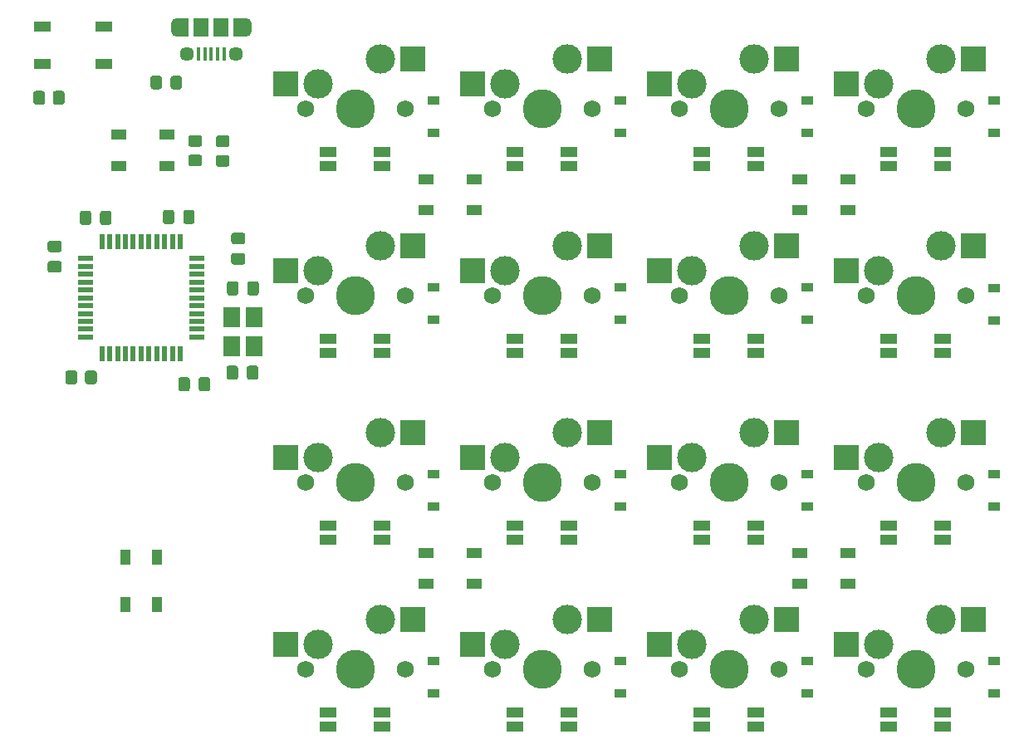
<source format=gbr>
%TF.GenerationSoftware,KiCad,Pcbnew,(5.1.10)-1*%
%TF.CreationDate,2021-09-24T11:07:47+01:00*%
%TF.ProjectId,streamdeck2,73747265-616d-4646-9563-6b322e6b6963,rev?*%
%TF.SameCoordinates,Original*%
%TF.FileFunction,Soldermask,Bot*%
%TF.FilePolarity,Negative*%
%FSLAX46Y46*%
G04 Gerber Fmt 4.6, Leading zero omitted, Abs format (unit mm)*
G04 Created by KiCad (PCBNEW (5.1.10)-1) date 2021-09-24 11:07:47*
%MOMM*%
%LPD*%
G01*
G04 APERTURE LIST*
%ADD10R,1.700000X1.000000*%
%ADD11R,1.800000X2.100000*%
%ADD12R,1.200000X1.900000*%
%ADD13O,1.200000X1.900000*%
%ADD14R,1.500000X1.900000*%
%ADD15C,1.450000*%
%ADD16R,0.400000X1.350000*%
%ADD17R,1.500000X0.550000*%
%ADD18R,0.550000X1.500000*%
%ADD19R,1.500000X1.000000*%
%ADD20R,1.000000X1.500000*%
%ADD21R,2.550000X2.500000*%
%ADD22C,1.750000*%
%ADD23C,3.000000*%
%ADD24C,3.987800*%
%ADD25R,1.200000X0.900000*%
G04 APERTURE END LIST*
%TO.C,R4*%
G36*
G01*
X103980401Y-58616900D02*
X103080399Y-58616900D01*
G75*
G02*
X102830400Y-58366901I0J249999D01*
G01*
X102830400Y-57666899D01*
G75*
G02*
X103080399Y-57416900I249999J0D01*
G01*
X103980401Y-57416900D01*
G75*
G02*
X104230400Y-57666899I0J-249999D01*
G01*
X104230400Y-58366901D01*
G75*
G02*
X103980401Y-58616900I-249999J0D01*
G01*
G37*
G36*
G01*
X103980401Y-60616900D02*
X103080399Y-60616900D01*
G75*
G02*
X102830400Y-60366901I0J249999D01*
G01*
X102830400Y-59666899D01*
G75*
G02*
X103080399Y-59416900I249999J0D01*
G01*
X103980401Y-59416900D01*
G75*
G02*
X104230400Y-59666899I0J-249999D01*
G01*
X104230400Y-60366901D01*
G75*
G02*
X103980401Y-60616900I-249999J0D01*
G01*
G37*
%TD*%
%TO.C,R3*%
G36*
G01*
X105887099Y-59455000D02*
X106787101Y-59455000D01*
G75*
G02*
X107037100Y-59704999I0J-249999D01*
G01*
X107037100Y-60405001D01*
G75*
G02*
X106787101Y-60655000I-249999J0D01*
G01*
X105887099Y-60655000D01*
G75*
G02*
X105637100Y-60405001I0J249999D01*
G01*
X105637100Y-59704999D01*
G75*
G02*
X105887099Y-59455000I249999J0D01*
G01*
G37*
G36*
G01*
X105887099Y-57455000D02*
X106787101Y-57455000D01*
G75*
G02*
X107037100Y-57704999I0J-249999D01*
G01*
X107037100Y-58405001D01*
G75*
G02*
X106787101Y-58655000I-249999J0D01*
G01*
X105887099Y-58655000D01*
G75*
G02*
X105637100Y-58405001I0J249999D01*
G01*
X105637100Y-57704999D01*
G75*
G02*
X105887099Y-57455000I249999J0D01*
G01*
G37*
%TD*%
D10*
%TO.C,SW1*%
X94247100Y-46347300D03*
X87947100Y-46347300D03*
X94247100Y-50147300D03*
X87947100Y-50147300D03*
%TD*%
%TO.C,C4*%
G36*
G01*
X88729800Y-70261900D02*
X89679800Y-70261900D01*
G75*
G02*
X89929800Y-70511900I0J-250000D01*
G01*
X89929800Y-71186900D01*
G75*
G02*
X89679800Y-71436900I-250000J0D01*
G01*
X88729800Y-71436900D01*
G75*
G02*
X88479800Y-71186900I0J250000D01*
G01*
X88479800Y-70511900D01*
G75*
G02*
X88729800Y-70261900I250000J0D01*
G01*
G37*
G36*
G01*
X88729800Y-68186900D02*
X89679800Y-68186900D01*
G75*
G02*
X89929800Y-68436900I0J-250000D01*
G01*
X89929800Y-69111900D01*
G75*
G02*
X89679800Y-69361900I-250000J0D01*
G01*
X88729800Y-69361900D01*
G75*
G02*
X88479800Y-69111900I0J250000D01*
G01*
X88479800Y-68436900D01*
G75*
G02*
X88729800Y-68186900I250000J0D01*
G01*
G37*
%TD*%
%TO.C,C3*%
G36*
G01*
X92933100Y-65387200D02*
X92933100Y-66337200D01*
G75*
G02*
X92683100Y-66587200I-250000J0D01*
G01*
X92008100Y-66587200D01*
G75*
G02*
X91758100Y-66337200I0J250000D01*
G01*
X91758100Y-65387200D01*
G75*
G02*
X92008100Y-65137200I250000J0D01*
G01*
X92683100Y-65137200D01*
G75*
G02*
X92933100Y-65387200I0J-250000D01*
G01*
G37*
G36*
G01*
X95008100Y-65387200D02*
X95008100Y-66337200D01*
G75*
G02*
X94758100Y-66587200I-250000J0D01*
G01*
X94083100Y-66587200D01*
G75*
G02*
X93833100Y-66337200I0J250000D01*
G01*
X93833100Y-65387200D01*
G75*
G02*
X94083100Y-65137200I250000J0D01*
G01*
X94758100Y-65137200D01*
G75*
G02*
X95008100Y-65387200I0J-250000D01*
G01*
G37*
%TD*%
%TO.C,C2*%
G36*
G01*
X107449600Y-69445200D02*
X108399600Y-69445200D01*
G75*
G02*
X108649600Y-69695200I0J-250000D01*
G01*
X108649600Y-70370200D01*
G75*
G02*
X108399600Y-70620200I-250000J0D01*
G01*
X107449600Y-70620200D01*
G75*
G02*
X107199600Y-70370200I0J250000D01*
G01*
X107199600Y-69695200D01*
G75*
G02*
X107449600Y-69445200I250000J0D01*
G01*
G37*
G36*
G01*
X107449600Y-67370200D02*
X108399600Y-67370200D01*
G75*
G02*
X108649600Y-67620200I0J-250000D01*
G01*
X108649600Y-68295200D01*
G75*
G02*
X108399600Y-68545200I-250000J0D01*
G01*
X107449600Y-68545200D01*
G75*
G02*
X107199600Y-68295200I0J250000D01*
G01*
X107199600Y-67620200D01*
G75*
G02*
X107449600Y-67370200I250000J0D01*
G01*
G37*
%TD*%
%TO.C,C1*%
G36*
G01*
X103878800Y-83304400D02*
X103878800Y-82354400D01*
G75*
G02*
X104128800Y-82104400I250000J0D01*
G01*
X104803800Y-82104400D01*
G75*
G02*
X105053800Y-82354400I0J-250000D01*
G01*
X105053800Y-83304400D01*
G75*
G02*
X104803800Y-83554400I-250000J0D01*
G01*
X104128800Y-83554400D01*
G75*
G02*
X103878800Y-83304400I0J250000D01*
G01*
G37*
G36*
G01*
X101803800Y-83304400D02*
X101803800Y-82354400D01*
G75*
G02*
X102053800Y-82104400I250000J0D01*
G01*
X102728800Y-82104400D01*
G75*
G02*
X102978800Y-82354400I0J-250000D01*
G01*
X102978800Y-83304400D01*
G75*
G02*
X102728800Y-83554400I-250000J0D01*
G01*
X102053800Y-83554400D01*
G75*
G02*
X101803800Y-83304400I0J250000D01*
G01*
G37*
%TD*%
%TO.C,R2*%
G36*
G01*
X91497200Y-81680899D02*
X91497200Y-82580901D01*
G75*
G02*
X91247201Y-82830900I-249999J0D01*
G01*
X90547199Y-82830900D01*
G75*
G02*
X90297200Y-82580901I0J249999D01*
G01*
X90297200Y-81680899D01*
G75*
G02*
X90547199Y-81430900I249999J0D01*
G01*
X91247201Y-81430900D01*
G75*
G02*
X91497200Y-81680899I0J-249999D01*
G01*
G37*
G36*
G01*
X93497200Y-81680899D02*
X93497200Y-82580901D01*
G75*
G02*
X93247201Y-82830900I-249999J0D01*
G01*
X92547199Y-82830900D01*
G75*
G02*
X92297200Y-82580901I0J249999D01*
G01*
X92297200Y-81680899D01*
G75*
G02*
X92547199Y-81430900I249999J0D01*
G01*
X93247201Y-81430900D01*
G75*
G02*
X93497200Y-81680899I0J-249999D01*
G01*
G37*
%TD*%
D11*
%TO.C,Y1*%
X107219100Y-76020000D03*
X107219100Y-78920000D03*
X109519100Y-78920000D03*
X109519100Y-76020000D03*
%TD*%
%TO.C,R1*%
G36*
G01*
X88217300Y-53169399D02*
X88217300Y-54069401D01*
G75*
G02*
X87967301Y-54319400I-249999J0D01*
G01*
X87267299Y-54319400D01*
G75*
G02*
X87017300Y-54069401I0J249999D01*
G01*
X87017300Y-53169399D01*
G75*
G02*
X87267299Y-52919400I249999J0D01*
G01*
X87967301Y-52919400D01*
G75*
G02*
X88217300Y-53169399I0J-249999D01*
G01*
G37*
G36*
G01*
X90217300Y-53169399D02*
X90217300Y-54069401D01*
G75*
G02*
X89967301Y-54319400I-249999J0D01*
G01*
X89267299Y-54319400D01*
G75*
G02*
X89017300Y-54069401I0J249999D01*
G01*
X89017300Y-53169399D01*
G75*
G02*
X89267299Y-52919400I249999J0D01*
G01*
X89967301Y-52919400D01*
G75*
G02*
X90217300Y-53169399I0J-249999D01*
G01*
G37*
%TD*%
%TO.C,F1*%
G36*
G01*
X100125000Y-51619999D02*
X100125000Y-52520001D01*
G75*
G02*
X99875001Y-52770000I-249999J0D01*
G01*
X99224999Y-52770000D01*
G75*
G02*
X98975000Y-52520001I0J249999D01*
G01*
X98975000Y-51619999D01*
G75*
G02*
X99224999Y-51370000I249999J0D01*
G01*
X99875001Y-51370000D01*
G75*
G02*
X100125000Y-51619999I0J-249999D01*
G01*
G37*
G36*
G01*
X102175000Y-51619999D02*
X102175000Y-52520001D01*
G75*
G02*
X101925001Y-52770000I-249999J0D01*
G01*
X101274999Y-52770000D01*
G75*
G02*
X101025000Y-52520001I0J249999D01*
G01*
X101025000Y-51619999D01*
G75*
G02*
X101274999Y-51370000I249999J0D01*
G01*
X101925001Y-51370000D01*
G75*
G02*
X102175000Y-51619999I0J-249999D01*
G01*
G37*
%TD*%
%TO.C,C7*%
G36*
G01*
X102304000Y-66248300D02*
X102304000Y-65298300D01*
G75*
G02*
X102554000Y-65048300I250000J0D01*
G01*
X103229000Y-65048300D01*
G75*
G02*
X103479000Y-65298300I0J-250000D01*
G01*
X103479000Y-66248300D01*
G75*
G02*
X103229000Y-66498300I-250000J0D01*
G01*
X102554000Y-66498300D01*
G75*
G02*
X102304000Y-66248300I0J250000D01*
G01*
G37*
G36*
G01*
X100229000Y-66248300D02*
X100229000Y-65298300D01*
G75*
G02*
X100479000Y-65048300I250000J0D01*
G01*
X101154000Y-65048300D01*
G75*
G02*
X101404000Y-65298300I0J-250000D01*
G01*
X101404000Y-66248300D01*
G75*
G02*
X101154000Y-66498300I-250000J0D01*
G01*
X100479000Y-66498300D01*
G75*
G02*
X100229000Y-66248300I0J250000D01*
G01*
G37*
%TD*%
%TO.C,C6*%
G36*
G01*
X107944500Y-72575400D02*
X107944500Y-73525400D01*
G75*
G02*
X107694500Y-73775400I-250000J0D01*
G01*
X107019500Y-73775400D01*
G75*
G02*
X106769500Y-73525400I0J250000D01*
G01*
X106769500Y-72575400D01*
G75*
G02*
X107019500Y-72325400I250000J0D01*
G01*
X107694500Y-72325400D01*
G75*
G02*
X107944500Y-72575400I0J-250000D01*
G01*
G37*
G36*
G01*
X110019500Y-72575400D02*
X110019500Y-73525400D01*
G75*
G02*
X109769500Y-73775400I-250000J0D01*
G01*
X109094500Y-73775400D01*
G75*
G02*
X108844500Y-73525400I0J250000D01*
G01*
X108844500Y-72575400D01*
G75*
G02*
X109094500Y-72325400I250000J0D01*
G01*
X109769500Y-72325400D01*
G75*
G02*
X110019500Y-72575400I0J-250000D01*
G01*
G37*
%TD*%
%TO.C,C5*%
G36*
G01*
X108793700Y-82123300D02*
X108793700Y-81173300D01*
G75*
G02*
X109043700Y-80923300I250000J0D01*
G01*
X109718700Y-80923300D01*
G75*
G02*
X109968700Y-81173300I0J-250000D01*
G01*
X109968700Y-82123300D01*
G75*
G02*
X109718700Y-82373300I-250000J0D01*
G01*
X109043700Y-82373300D01*
G75*
G02*
X108793700Y-82123300I0J250000D01*
G01*
G37*
G36*
G01*
X106718700Y-82123300D02*
X106718700Y-81173300D01*
G75*
G02*
X106968700Y-80923300I250000J0D01*
G01*
X107643700Y-80923300D01*
G75*
G02*
X107893700Y-81173300I0J-250000D01*
G01*
X107893700Y-82123300D01*
G75*
G02*
X107643700Y-82373300I-250000J0D01*
G01*
X106968700Y-82373300D01*
G75*
G02*
X106718700Y-82123300I0J250000D01*
G01*
G37*
%TD*%
D12*
%TO.C,J1*%
X102256000Y-46412900D03*
X108056000Y-46412900D03*
D13*
X108656000Y-46412900D03*
X101656000Y-46412900D03*
D14*
X104156000Y-46412900D03*
D15*
X107656000Y-49112900D03*
D16*
X105156000Y-49112900D03*
X105806000Y-49112900D03*
X106456000Y-49112900D03*
X103856000Y-49112900D03*
X104506000Y-49112900D03*
D15*
X102656000Y-49112900D03*
D14*
X106156000Y-46412900D03*
%TD*%
D17*
%TO.C,U1*%
X92318600Y-70015600D03*
X92318600Y-70815600D03*
X92318600Y-71615600D03*
X92318600Y-72415600D03*
X92318600Y-73215600D03*
X92318600Y-74015600D03*
X92318600Y-74815600D03*
X92318600Y-75615600D03*
X92318600Y-76415600D03*
X92318600Y-77215600D03*
X92318600Y-78015600D03*
D18*
X94018600Y-79715600D03*
X94818600Y-79715600D03*
X95618600Y-79715600D03*
X96418600Y-79715600D03*
X97218600Y-79715600D03*
X98018600Y-79715600D03*
X98818600Y-79715600D03*
X99618600Y-79715600D03*
X100418600Y-79715600D03*
X101218600Y-79715600D03*
X102018600Y-79715600D03*
D17*
X103718600Y-78015600D03*
X103718600Y-77215600D03*
X103718600Y-76415600D03*
X103718600Y-75615600D03*
X103718600Y-74815600D03*
X103718600Y-74015600D03*
X103718600Y-73215600D03*
X103718600Y-72415600D03*
X103718600Y-71615600D03*
X103718600Y-70815600D03*
X103718600Y-70015600D03*
D18*
X102018600Y-68315600D03*
X101218600Y-68315600D03*
X100418600Y-68315600D03*
X99618600Y-68315600D03*
X98818600Y-68315600D03*
X98018600Y-68315600D03*
X97218600Y-68315600D03*
X96418600Y-68315600D03*
X95618600Y-68315600D03*
X94818600Y-68315600D03*
X94018600Y-68315600D03*
%TD*%
D10*
%TO.C,D37*%
X117106250Y-117698750D03*
X117106250Y-116298750D03*
X122606250Y-117698750D03*
X122606250Y-116298750D03*
%TD*%
%TO.C,D36*%
X136156250Y-117698750D03*
X136156250Y-116298750D03*
X141656250Y-117698750D03*
X141656250Y-116298750D03*
%TD*%
%TO.C,D35*%
X155206250Y-117698750D03*
X155206250Y-116298750D03*
X160706250Y-117698750D03*
X160706250Y-116298750D03*
%TD*%
%TO.C,D34*%
X174256250Y-117698750D03*
X174256250Y-116298750D03*
X179756250Y-117698750D03*
X179756250Y-116298750D03*
%TD*%
%TO.C,D33*%
X179756250Y-97248750D03*
X179756250Y-98648750D03*
X174256250Y-97248750D03*
X174256250Y-98648750D03*
%TD*%
%TO.C,D31*%
X160706250Y-97248750D03*
X160706250Y-98648750D03*
X155206250Y-97248750D03*
X155206250Y-98648750D03*
%TD*%
%TO.C,D30*%
X141656250Y-97248750D03*
X141656250Y-98648750D03*
X136156250Y-97248750D03*
X136156250Y-98648750D03*
%TD*%
%TO.C,D28*%
X122606250Y-97248750D03*
X122606250Y-98648750D03*
X117106250Y-97248750D03*
X117106250Y-98648750D03*
%TD*%
%TO.C,D27*%
X117106250Y-79598750D03*
X117106250Y-78198750D03*
X122606250Y-79598750D03*
X122606250Y-78198750D03*
%TD*%
%TO.C,D26*%
X136156250Y-79598750D03*
X136156250Y-78198750D03*
X141656250Y-79598750D03*
X141656250Y-78198750D03*
%TD*%
%TO.C,D25*%
X155206250Y-79598750D03*
X155206250Y-78198750D03*
X160706250Y-79598750D03*
X160706250Y-78198750D03*
%TD*%
%TO.C,D24*%
X174256250Y-79598750D03*
X174256250Y-78198750D03*
X179756250Y-79598750D03*
X179756250Y-78198750D03*
%TD*%
%TO.C,D23*%
X179756250Y-59148750D03*
X179756250Y-60548750D03*
X174256250Y-59148750D03*
X174256250Y-60548750D03*
%TD*%
%TO.C,D21*%
X160706250Y-59148750D03*
X160706250Y-60548750D03*
X155206250Y-59148750D03*
X155206250Y-60548750D03*
%TD*%
%TO.C,D20*%
X141656250Y-59148750D03*
X141656250Y-60548750D03*
X136156250Y-59148750D03*
X136156250Y-60548750D03*
%TD*%
%TO.C,D18*%
X122606250Y-59148750D03*
X122606250Y-60548750D03*
X117106250Y-59148750D03*
X117106250Y-60548750D03*
%TD*%
D19*
%TO.C,D17*%
X100621000Y-57378800D03*
X100621000Y-60578800D03*
X95721000Y-57378800D03*
X95721000Y-60578800D03*
%TD*%
D20*
%TO.C,D38*%
X99644000Y-105320000D03*
X96444000Y-105320000D03*
X99644000Y-100420000D03*
X96444000Y-100420000D03*
%TD*%
D19*
%TO.C,D29*%
X131990000Y-100000000D03*
X131990000Y-103200000D03*
X127090000Y-100000000D03*
X127090000Y-103200000D03*
%TD*%
%TO.C,D32*%
X170090000Y-100000000D03*
X170090000Y-103200000D03*
X165190000Y-100000000D03*
X165190000Y-103200000D03*
%TD*%
%TO.C,D22*%
X170090000Y-61900000D03*
X170090000Y-65100000D03*
X165190000Y-61900000D03*
X165190000Y-65100000D03*
%TD*%
%TO.C,D19*%
X131990000Y-61900000D03*
X131990000Y-65100000D03*
X127090000Y-61900000D03*
X127090000Y-65100000D03*
%TD*%
D21*
%TO.C,MX16*%
X182848250Y-106838750D03*
X169921250Y-109378750D03*
D22*
X182086250Y-111918750D03*
X171926250Y-111918750D03*
D23*
X173196250Y-109378750D03*
D24*
X177006250Y-111918750D03*
D23*
X179546250Y-106838750D03*
%TD*%
D21*
%TO.C,MX15*%
X163798250Y-106838750D03*
X150871250Y-109378750D03*
D22*
X163036250Y-111918750D03*
X152876250Y-111918750D03*
D23*
X154146250Y-109378750D03*
D24*
X157956250Y-111918750D03*
D23*
X160496250Y-106838750D03*
%TD*%
D21*
%TO.C,MX14*%
X144748250Y-106838750D03*
X131821250Y-109378750D03*
D22*
X143986250Y-111918750D03*
X133826250Y-111918750D03*
D23*
X135096250Y-109378750D03*
D24*
X138906250Y-111918750D03*
D23*
X141446250Y-106838750D03*
%TD*%
D21*
%TO.C,MX13*%
X125698250Y-106838750D03*
X112771250Y-109378750D03*
D22*
X124936250Y-111918750D03*
X114776250Y-111918750D03*
D23*
X116046250Y-109378750D03*
D24*
X119856250Y-111918750D03*
D23*
X122396250Y-106838750D03*
%TD*%
D21*
%TO.C,MX12*%
X182848250Y-87788750D03*
X169921250Y-90328750D03*
D22*
X182086250Y-92868750D03*
X171926250Y-92868750D03*
D23*
X173196250Y-90328750D03*
D24*
X177006250Y-92868750D03*
D23*
X179546250Y-87788750D03*
%TD*%
D21*
%TO.C,MX11*%
X163798250Y-87788750D03*
X150871250Y-90328750D03*
D22*
X163036250Y-92868750D03*
X152876250Y-92868750D03*
D23*
X154146250Y-90328750D03*
D24*
X157956250Y-92868750D03*
D23*
X160496250Y-87788750D03*
%TD*%
D21*
%TO.C,MX10*%
X144748250Y-87788750D03*
X131821250Y-90328750D03*
D22*
X143986250Y-92868750D03*
X133826250Y-92868750D03*
D23*
X135096250Y-90328750D03*
D24*
X138906250Y-92868750D03*
D23*
X141446250Y-87788750D03*
%TD*%
D21*
%TO.C,MX9*%
X125698250Y-87788750D03*
X112771250Y-90328750D03*
D22*
X124936250Y-92868750D03*
X114776250Y-92868750D03*
D23*
X116046250Y-90328750D03*
D24*
X119856250Y-92868750D03*
D23*
X122396250Y-87788750D03*
%TD*%
D21*
%TO.C,MX8*%
X182848250Y-68738750D03*
X169921250Y-71278750D03*
D22*
X182086250Y-73818750D03*
X171926250Y-73818750D03*
D23*
X173196250Y-71278750D03*
D24*
X177006250Y-73818750D03*
D23*
X179546250Y-68738750D03*
%TD*%
D21*
%TO.C,MX7*%
X163798250Y-68738750D03*
X150871250Y-71278750D03*
D22*
X163036250Y-73818750D03*
X152876250Y-73818750D03*
D23*
X154146250Y-71278750D03*
D24*
X157956250Y-73818750D03*
D23*
X160496250Y-68738750D03*
%TD*%
D21*
%TO.C,MX6*%
X144748250Y-68738750D03*
X131821250Y-71278750D03*
D22*
X143986250Y-73818750D03*
X133826250Y-73818750D03*
D23*
X135096250Y-71278750D03*
D24*
X138906250Y-73818750D03*
D23*
X141446250Y-68738750D03*
%TD*%
D21*
%TO.C,MX5*%
X125698250Y-68738750D03*
X112771250Y-71278750D03*
D22*
X124936250Y-73818750D03*
X114776250Y-73818750D03*
D23*
X116046250Y-71278750D03*
D24*
X119856250Y-73818750D03*
D23*
X122396250Y-68738750D03*
%TD*%
D21*
%TO.C,MX4*%
X182848250Y-49688750D03*
X169921250Y-52228750D03*
D22*
X182086250Y-54768750D03*
X171926250Y-54768750D03*
D23*
X173196250Y-52228750D03*
D24*
X177006250Y-54768750D03*
D23*
X179546250Y-49688750D03*
%TD*%
D21*
%TO.C,MX3*%
X163798250Y-49688750D03*
X150871250Y-52228750D03*
D22*
X163036250Y-54768750D03*
X152876250Y-54768750D03*
D23*
X154146250Y-52228750D03*
D24*
X157956250Y-54768750D03*
D23*
X160496250Y-49688750D03*
%TD*%
D21*
%TO.C,MX2*%
X144748250Y-49688750D03*
X131821250Y-52228750D03*
D22*
X143986250Y-54768750D03*
X133826250Y-54768750D03*
D23*
X135096250Y-52228750D03*
D24*
X138906250Y-54768750D03*
D23*
X141446250Y-49688750D03*
%TD*%
D21*
%TO.C,MX1*%
X125698250Y-49688750D03*
X112771250Y-52228750D03*
D22*
X124936250Y-54768750D03*
X114776250Y-54768750D03*
D23*
X116046250Y-52228750D03*
D24*
X119856250Y-54768750D03*
D23*
X122396250Y-49688750D03*
%TD*%
D25*
%TO.C,D16*%
X184943750Y-114362500D03*
X184943750Y-111062500D03*
%TD*%
%TO.C,D15*%
X165893750Y-114362500D03*
X165893750Y-111062500D03*
%TD*%
%TO.C,D14*%
X146843750Y-114362500D03*
X146843750Y-111062500D03*
%TD*%
%TO.C,D13*%
X127793750Y-114362500D03*
X127793750Y-111062500D03*
%TD*%
%TO.C,D12*%
X184943750Y-95312500D03*
X184943750Y-92012500D03*
%TD*%
%TO.C,D11*%
X165893750Y-95312500D03*
X165893750Y-92012500D03*
%TD*%
%TO.C,D10*%
X146843750Y-95312500D03*
X146843750Y-92012500D03*
%TD*%
%TO.C,D9*%
X127793750Y-95312500D03*
X127793750Y-92012500D03*
%TD*%
%TO.C,D8*%
X184943750Y-76325000D03*
X184943750Y-73025000D03*
%TD*%
%TO.C,D7*%
X165893750Y-76262500D03*
X165893750Y-72962500D03*
%TD*%
%TO.C,D6*%
X146843750Y-76262500D03*
X146843750Y-72962500D03*
%TD*%
%TO.C,D5*%
X127793750Y-76262500D03*
X127793750Y-72962500D03*
%TD*%
%TO.C,D4*%
X184943750Y-57212500D03*
X184943750Y-53912500D03*
%TD*%
%TO.C,D3*%
X165893750Y-57212500D03*
X165893750Y-53912500D03*
%TD*%
%TO.C,D2*%
X146843750Y-57212500D03*
X146843750Y-53912500D03*
%TD*%
%TO.C,D1*%
X127793750Y-57212500D03*
X127793750Y-53912500D03*
%TD*%
M02*

</source>
